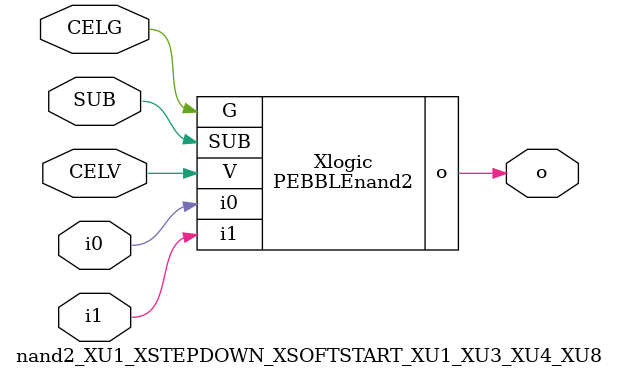
<source format=v>



module PEBBLEnand2 ( o, G, SUB, V, i0, i1 );

  input i0;
  input V;
  input i1;
  input G;
  output o;
  input SUB;
endmodule

//Celera Confidential Do Not Copy nand2_XU1_XSTEPDOWN_XSOFTSTART_XU1_XU3_XU4_XU8
//Celera Confidential Symbol Generator
//5V NAND2
module nand2_XU1_XSTEPDOWN_XSOFTSTART_XU1_XU3_XU4_XU8 (CELV,CELG,i0,i1,o,SUB);
input CELV;
input CELG;
input i0;
input i1;
input SUB;
output o;

//Celera Confidential Do Not Copy nand2
PEBBLEnand2 Xlogic(
.V (CELV),
.i0 (i0),
.i1 (i1),
.o (o),
.SUB (SUB),
.G (CELG)
);
//,diesize,PEBBLEnand2

//Celera Confidential Do Not Copy Module End
//Celera Schematic Generator
endmodule

</source>
